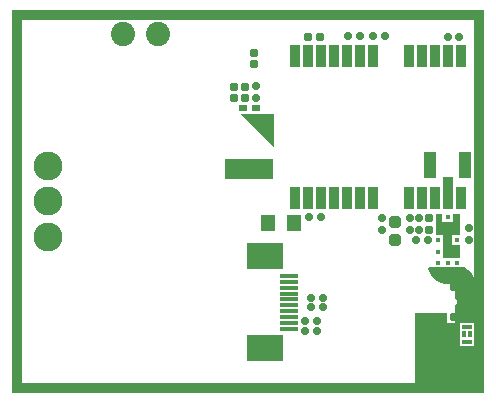
<source format=gts>
G04*
G04 #@! TF.GenerationSoftware,Altium Limited,Altium Designer,23.3.1 (30)*
G04*
G04 Layer_Color=8388736*
%FSAX44Y44*%
%MOMM*%
G71*
G04*
G04 #@! TF.SameCoordinates,EEB403B8-57DA-4B53-8A1C-A64ED6DC22F4*
G04*
G04*
G04 #@! TF.FilePolarity,Negative*
G04*
G01*
G75*
%ADD35R,0.8500X0.4000*%
%ADD36R,0.3100X0.5500*%
%ADD37R,0.9000X1.8500*%
%ADD38R,1.2000X1.3500*%
G04:AMPARAMS|DCode=39|XSize=0.65mm|YSize=0.6mm|CornerRadius=0.1625mm|HoleSize=0mm|Usage=FLASHONLY|Rotation=180.000|XOffset=0mm|YOffset=0mm|HoleType=Round|Shape=RoundedRectangle|*
%AMROUNDEDRECTD39*
21,1,0.6500,0.2750,0,0,180.0*
21,1,0.3250,0.6000,0,0,180.0*
1,1,0.3250,-0.1625,0.1375*
1,1,0.3250,0.1625,0.1375*
1,1,0.3250,0.1625,-0.1375*
1,1,0.3250,-0.1625,-0.1375*
%
%ADD39ROUNDEDRECTD39*%
G04:AMPARAMS|DCode=40|XSize=1mm|YSize=1mm|CornerRadius=0.2625mm|HoleSize=0mm|Usage=FLASHONLY|Rotation=0.000|XOffset=0mm|YOffset=0mm|HoleType=Round|Shape=RoundedRectangle|*
%AMROUNDEDRECTD40*
21,1,1.0000,0.4750,0,0,0.0*
21,1,0.4750,1.0000,0,0,0.0*
1,1,0.5250,0.2375,-0.2375*
1,1,0.5250,-0.2375,-0.2375*
1,1,0.5250,-0.2375,0.2375*
1,1,0.5250,0.2375,0.2375*
%
%ADD40ROUNDEDRECTD40*%
G04:AMPARAMS|DCode=41|XSize=0.7mm|YSize=0.7mm|CornerRadius=0.2mm|HoleSize=0mm|Usage=FLASHONLY|Rotation=90.000|XOffset=0mm|YOffset=0mm|HoleType=Round|Shape=RoundedRectangle|*
%AMROUNDEDRECTD41*
21,1,0.7000,0.3000,0,0,90.0*
21,1,0.3000,0.7000,0,0,90.0*
1,1,0.4000,0.1500,0.1500*
1,1,0.4000,0.1500,-0.1500*
1,1,0.4000,-0.1500,-0.1500*
1,1,0.4000,-0.1500,0.1500*
%
%ADD41ROUNDEDRECTD41*%
G04:AMPARAMS|DCode=42|XSize=0.65mm|YSize=0.6mm|CornerRadius=0.1625mm|HoleSize=0mm|Usage=FLASHONLY|Rotation=270.000|XOffset=0mm|YOffset=0mm|HoleType=Round|Shape=RoundedRectangle|*
%AMROUNDEDRECTD42*
21,1,0.6500,0.2750,0,0,270.0*
21,1,0.3250,0.6000,0,0,270.0*
1,1,0.3250,-0.1375,-0.1625*
1,1,0.3250,-0.1375,0.1625*
1,1,0.3250,0.1375,0.1625*
1,1,0.3250,0.1375,-0.1625*
%
%ADD42ROUNDEDRECTD42*%
%ADD43R,1.1000X2.2500*%
%ADD44R,0.9000X1.1000*%
G04:AMPARAMS|DCode=45|XSize=0.7mm|YSize=0.7mm|CornerRadius=0.2mm|HoleSize=0mm|Usage=FLASHONLY|Rotation=180.000|XOffset=0mm|YOffset=0mm|HoleType=Round|Shape=RoundedRectangle|*
%AMROUNDEDRECTD45*
21,1,0.7000,0.3000,0,0,180.0*
21,1,0.3000,0.7000,0,0,180.0*
1,1,0.4000,-0.1500,0.1500*
1,1,0.4000,0.1500,0.1500*
1,1,0.4000,0.1500,-0.1500*
1,1,0.4000,-0.1500,-0.1500*
%
%ADD45ROUNDEDRECTD45*%
G04:AMPARAMS|DCode=46|XSize=0.55mm|YSize=0.65mm|CornerRadius=0.15mm|HoleSize=0mm|Usage=FLASHONLY|Rotation=180.000|XOffset=0mm|YOffset=0mm|HoleType=Round|Shape=RoundedRectangle|*
%AMROUNDEDRECTD46*
21,1,0.5500,0.3500,0,0,180.0*
21,1,0.2500,0.6500,0,0,180.0*
1,1,0.3000,-0.1250,0.1750*
1,1,0.3000,0.1250,0.1750*
1,1,0.3000,0.1250,-0.1750*
1,1,0.3000,-0.1250,-0.1750*
%
%ADD46ROUNDEDRECTD46*%
G04:AMPARAMS|DCode=47|XSize=0.6mm|YSize=0.7mm|CornerRadius=0.175mm|HoleSize=0mm|Usage=FLASHONLY|Rotation=180.000|XOffset=0mm|YOffset=0mm|HoleType=Round|Shape=RoundedRectangle|*
%AMROUNDEDRECTD47*
21,1,0.6000,0.3500,0,0,180.0*
21,1,0.2500,0.7000,0,0,180.0*
1,1,0.3500,-0.1250,0.1750*
1,1,0.3500,0.1250,0.1750*
1,1,0.3500,0.1250,-0.1750*
1,1,0.3500,-0.1250,-0.1750*
%
%ADD47ROUNDEDRECTD47*%
%ADD48R,0.4100X0.3900*%
%ADD49R,4.1500X1.7500*%
G04:AMPARAMS|DCode=50|XSize=0.55mm|YSize=0.6mm|CornerRadius=0.15mm|HoleSize=0mm|Usage=FLASHONLY|Rotation=180.000|XOffset=0mm|YOffset=0mm|HoleType=Round|Shape=RoundedRectangle|*
%AMROUNDEDRECTD50*
21,1,0.5500,0.3000,0,0,180.0*
21,1,0.2500,0.6000,0,0,180.0*
1,1,0.3000,-0.1250,0.1500*
1,1,0.3000,0.1250,0.1500*
1,1,0.3000,0.1250,-0.1500*
1,1,0.3000,-0.1250,-0.1500*
%
%ADD50ROUNDEDRECTD50*%
%ADD51R,3.1700X2.2900*%
%ADD52R,1.6500X0.3500*%
%ADD53R,0.7500X0.5500*%
%ADD54C,0.5500*%
%ADD55C,2.4500*%
%ADD56C,2.0500*%
G36*
X00654000Y00314000D02*
Y00254000D01*
X00604000D01*
X00254000Y00253999D01*
Y00579000D01*
X00654000D01*
Y00314000D01*
D02*
G37*
%LPC*%
G36*
X00645310Y00570310D02*
X00262699D01*
Y00262690D01*
X00595191D01*
Y00322052D01*
X00622389D01*
Y00314000D01*
X00629282D01*
Y00318750D01*
Y00326499D01*
X00629400Y00327095D01*
Y00327703D01*
X00629594Y00328678D01*
X00630516Y00330902D01*
X00630914Y00331499D01*
X00630516Y00332096D01*
X00629864Y00333669D01*
X00629594Y00334320D01*
X00629400Y00335296D01*
Y00335903D01*
X00629282Y00336499D01*
Y00343802D01*
X00629147Y00344825D01*
X00628925Y00345361D01*
X00628572Y00345822D01*
X00628111Y00346175D01*
X00627575Y00346397D01*
X00626552Y00346532D01*
X00623948D01*
X00623700Y00346482D01*
X00623301Y00346562D01*
X00622895Y00346535D01*
X00619919Y00346927D01*
X00619155Y00347186D01*
X00618363Y00347344D01*
X00615590Y00348492D01*
X00614919Y00348941D01*
X00614195Y00349298D01*
X00611814Y00351125D01*
X00611282Y00351732D01*
X00610675Y00352264D01*
X00608848Y00354645D01*
X00608491Y00355369D01*
X00608042Y00356040D01*
X00606894Y00358813D01*
X00606736Y00359605D01*
X00606715Y00359667D01*
X00607539Y00360937D01*
X00637564D01*
X00640384Y00358773D01*
X00640916Y00358166D01*
X00641523Y00357634D01*
X00643687Y00354814D01*
X00644044Y00354090D01*
X00644492Y00353419D01*
X00645310Y00351445D01*
Y00570310D01*
D02*
G37*
G36*
Y00331834D02*
X00645086Y00331499D01*
X00645310Y00331164D01*
Y00331834D01*
D02*
G37*
G36*
Y00313513D02*
X00633500D01*
Y00294000D01*
X00645310D01*
Y00313513D01*
D02*
G37*
%LPD*%
G36*
X00476125Y00462250D02*
X00448125Y00490250D01*
X00476125D01*
Y00462250D01*
D02*
G37*
G36*
X00633065Y00405694D02*
X00633126Y00405668D01*
X00633178Y00405628D01*
X00633218Y00405576D01*
X00633244Y00405515D01*
X00633252Y00405450D01*
Y00388650D01*
X00633244Y00388585D01*
X00633218Y00388524D01*
X00633178Y00388472D01*
X00633126Y00388432D01*
X00633065Y00388406D01*
X00633000Y00388398D01*
X00626752D01*
Y00379402D01*
X00633000D01*
X00633065Y00379394D01*
X00633126Y00379368D01*
X00633178Y00379328D01*
X00633218Y00379276D01*
X00633244Y00379215D01*
X00633252Y00379150D01*
Y00368950D01*
X00633244Y00368885D01*
X00633218Y00368824D01*
X00633178Y00368772D01*
X00633126Y00368732D01*
X00633065Y00368706D01*
X00633000Y00368698D01*
X00619500D01*
X00619435Y00368706D01*
X00619374Y00368732D01*
X00619322Y00368772D01*
X00619282Y00368824D01*
X00619256Y00368885D01*
X00619248Y00368950D01*
Y00388398D01*
X00613000D01*
X00612935Y00388406D01*
X00612874Y00388432D01*
X00612822Y00388472D01*
X00612782Y00388524D01*
X00612756Y00388585D01*
X00612748Y00388650D01*
Y00405450D01*
X00612756Y00405515D01*
X00612782Y00405576D01*
X00612822Y00405628D01*
X00612874Y00405668D01*
X00612935Y00405694D01*
X00613000Y00405702D01*
X00618250D01*
X00618315Y00405694D01*
X00618376Y00405668D01*
X00618428Y00405628D01*
X00618468Y00405576D01*
X00618494Y00405515D01*
X00618502Y00405450D01*
Y00399202D01*
X00627498D01*
Y00405450D01*
X00627506Y00405515D01*
X00627532Y00405576D01*
X00627572Y00405628D01*
X00627624Y00405668D01*
X00627685Y00405694D01*
X00627750Y00405702D01*
X00633000D01*
X00633065Y00405694D01*
D02*
G37*
D35*
X00639500Y00310250D02*
D03*
Y00297750D02*
D03*
D36*
X00641850Y00304000D02*
D03*
X00637150D02*
D03*
D37*
X00494000Y00539250D02*
D03*
X00505000D02*
D03*
X00516000D02*
D03*
X00527000D02*
D03*
X00538000D02*
D03*
X00590000D02*
D03*
X00601000D02*
D03*
X00612000D02*
D03*
X00623000D02*
D03*
X00634000Y00419250D02*
D03*
Y00539250D02*
D03*
X00623000Y00419250D02*
D03*
X00612000D02*
D03*
X00601000D02*
D03*
X00590000D02*
D03*
X00538000D02*
D03*
X00527000D02*
D03*
X00516000D02*
D03*
X00505000D02*
D03*
X00494000D02*
D03*
X00549000D02*
D03*
X00560000D02*
D03*
X00549000Y00539250D02*
D03*
X00560000D02*
D03*
D38*
X00493000Y00398250D02*
D03*
X00470500D02*
D03*
D39*
X00640750Y00383950D02*
D03*
Y00393950D02*
D03*
X00590750Y00392250D02*
D03*
Y00402250D02*
D03*
X00598750D02*
D03*
Y00392250D02*
D03*
X00567749Y00402250D02*
D03*
Y00392250D02*
D03*
X00460375Y00514000D02*
D03*
Y00504000D02*
D03*
D40*
X00578750Y00399250D02*
D03*
Y00384250D02*
D03*
D41*
X00607000Y00402250D02*
D03*
X00607001Y00392598D02*
D03*
X00451374Y00513826D02*
D03*
X00451375Y00504174D02*
D03*
X00442499Y00513826D02*
D03*
X00442500Y00504174D02*
D03*
X00458999Y00542402D02*
D03*
X00459000Y00532750D02*
D03*
D42*
X00596000Y00383500D02*
D03*
X00606000D02*
D03*
X00623000Y00555750D02*
D03*
X00633000D02*
D03*
X00502556Y00307125D02*
D03*
X00512556D02*
D03*
X00502556Y00314875D02*
D03*
X00512556D02*
D03*
X00539000Y00556750D02*
D03*
X00549000D02*
D03*
X00570000D02*
D03*
X00560000D02*
D03*
X00507694Y00334875D02*
D03*
X00517694D02*
D03*
X00515750Y00403000D02*
D03*
X00505750D02*
D03*
X00517694Y00327125D02*
D03*
X00507694D02*
D03*
D43*
X00637750Y00447750D02*
D03*
X00608250D02*
D03*
D44*
X00623000Y00432500D02*
D03*
D45*
X00628348Y00318749D02*
D03*
Y00344249D02*
D03*
X00514652Y00556107D02*
D03*
X00505000Y00556107D02*
D03*
D46*
X00638000Y00318750D02*
D03*
D47*
Y00344250D02*
D03*
D48*
X00614800Y00364150D02*
D03*
Y00383950D02*
D03*
Y00374050D02*
D03*
Y00403750D02*
D03*
Y00390350D02*
D03*
X00623000Y00364150D02*
D03*
X00631200D02*
D03*
Y00383950D02*
D03*
X00623000Y00403750D02*
D03*
X00631200Y00390350D02*
D03*
Y00374050D02*
D03*
Y00403750D02*
D03*
D49*
X00454625Y00443750D02*
D03*
D50*
X00638000Y00326499D02*
D03*
Y00336499D02*
D03*
D51*
X00468750Y00369970D02*
D03*
Y00292030D02*
D03*
D52*
X00488550Y00353500D02*
D03*
Y00348500D02*
D03*
Y00343500D02*
D03*
Y00338500D02*
D03*
Y00333500D02*
D03*
Y00328500D02*
D03*
Y00323500D02*
D03*
Y00318500D02*
D03*
Y00313500D02*
D03*
Y00308500D02*
D03*
D53*
X00460375Y00496000D02*
D03*
X00449375D02*
D03*
D54*
X00623000Y00419250D02*
Y00432500D01*
D55*
X00285000Y00446500D02*
D03*
Y00416500D02*
D03*
Y00386500D02*
D03*
D56*
X00378000Y00558000D02*
D03*
X00348000D02*
D03*
M02*

</source>
